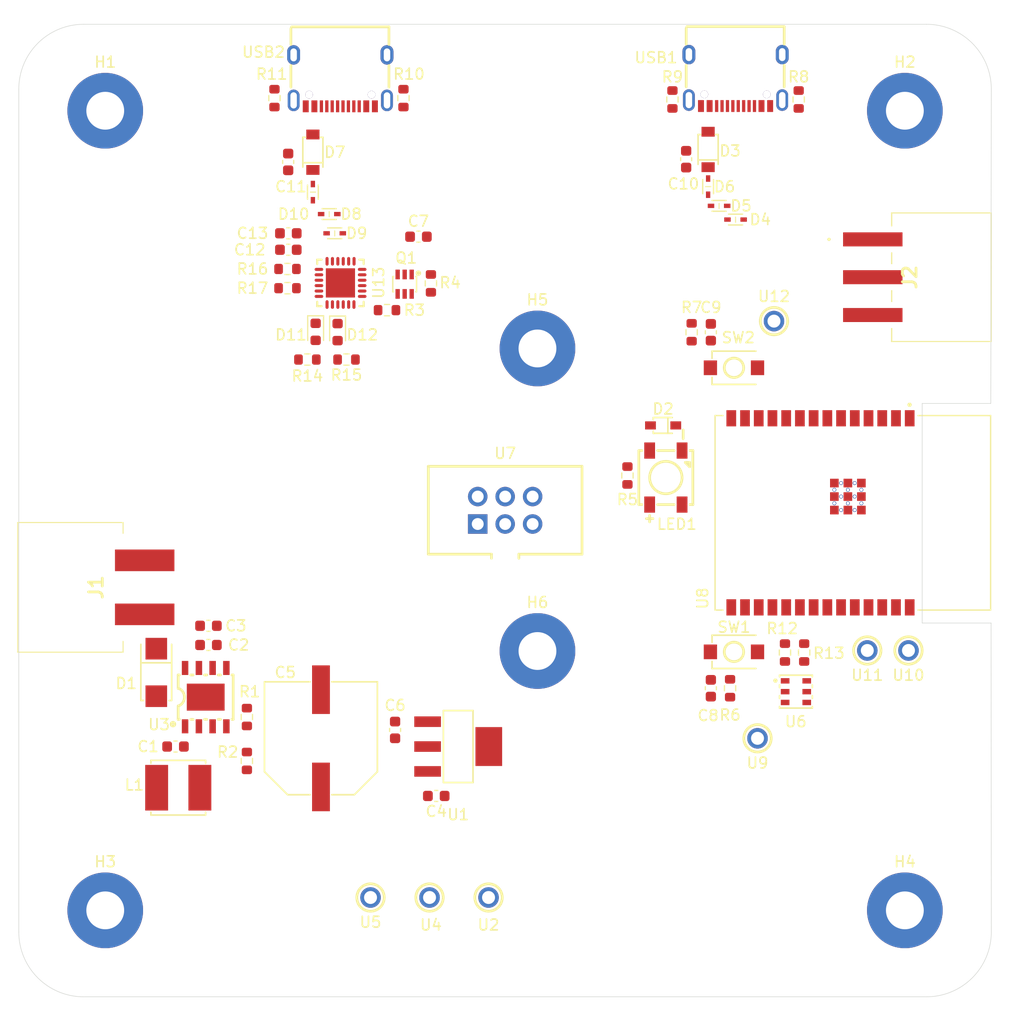
<source format=kicad_pcb>
(kicad_pcb (version 20240108) (generator "pcbnew") (generator_version "8.0")
  (layers (0 "F.Cu" signal) (1 "In1.Cu" signal "GND.Cu") (2 "In2.Cu" signal "Signal.Cu") (3 "In3.Cu" signal "PWR.Cu") (4 "In4.Cu" signal "GND2.Cu") (31 "B.Cu" signal) (34 "B.Paste" user) (35 "F.Paste" user) (36 "B.SilkS" user "B.Silkscreen") (37 "F.SilkS" user "F.Silkscreen") (38 "B.Mask" user) (39 "F.Mask" user) (44 "Edge.Cuts" user))
  (net 0 "")
  (net 1 "Net-(D1-K)")
  (net 2 "Net-(U3-BOOT)")
  (net 3 "GND")
  (net 4 "Net-(U3-VIN)")
  (net 5 "+5V")
  (net 6 "VCC")
  (net 7 "Net-(Q1-B1)")
  (net 8 "Net-(D11-A)")
  (net 9 "Net-(D11-K)")
  (net 10 "Net-(D12-K)")
  (net 11 "Net-(D12-A)")
  (net 12 "Net-(U3-VSENSE)")
  (net 13 "/RTS")
  (net 14 "Net-(Q1-B2)")
  (net 15 "/DTR")
  (net 16 "Net-(D2-A)")
  (net 17 "Net-(USB1-CC1)")
  (net 18 "Net-(USB1-CC2)")
  (net 19 "Net-(USB2-CC1)")
  (net 20 "Net-(USB2-CC2)")
  (net 21 "/SCL")
  (net 22 "/SDA")
  (net 23 "Net-(U13-VBUS)")
  (net 24 "Net-(U13-RSTb)")
  (net 25 "/GPIO8")
  (net 26 "Net-(D3-A)")
  (net 27 "/USB_D-")
  (net 28 "/USB_D+")
  (net 29 "Net-(D7-A)")
  (net 30 "/D+")
  (net 32 "/GPIO9")
  (net 33 "/CHIP_PU")
  (net 39 "/GPIO2")
  (net 40 "/GPIO1")
  (net 41 "/TXD0")
  (net 42 "/RXD0")
  (net 53 "/D-")
  (net 58 "/V_TXD")
  (net 60 "/V_RXD")
  (footprint "Resistor_SMD:R_0603_1608Metric" (layer "F.Cu") (at 85.598 56.833 -90)
    (property "Reference" "R10" (at -2.223 -0.508 180) (layer "F.SilkS"))
    (property "Value" "5.1k" (hide yes))
    (pad "1" smd roundrect (at -0.825 0 270) (size 0.8 0.95) (layers "F.Cu" "F.Paste" "F.Mask") (net 19 "Net-(USB2-CC1)"))
    (pad "2" smd roundrect (at 0.825 0 270) (size 0.8 0.95) (layers "F.Cu" "F.Paste" "F.Mask") (net 3 "GND"))
  )
  (footprint "Capacitor_SMD:C_0603_1608Metric" (layer "F.Cu") (at 88.633 121.412 180)
    (property "Reference" "C4" (at 0 -1.43 0) (layer "F.SilkS"))
    (property "Value" "10uf" (hide yes))
    (pad "1" smd roundrect (at -0.775 0 180) (size 0.9 0.95) (layers "F.Cu" "F.Paste" "F.Mask") (net 3 "GND"))
    (pad "2" smd roundrect (at 0.775 0 180) (size 0.9 0.95) (layers "F.Cu" "F.Paste" "F.Mask") (net 5 "+5V"))
  )
  (footprint "Resistor_SMD:R_0603_1608Metric" (layer "F.Cu") (at 115.824 111.443 90)
    (property "Reference" "R6" (at -2.477 0 180) (layer "F.SilkS"))
    (property "Value" "100k" (hide yes))
    (pad "1" smd roundrect (at -0.825 0 90) (size 0.8 0.95) (layers "F.Cu" "F.Paste" "F.Mask") (net 32 "/GPIO9"))
    (pad "2" smd roundrect (at 0.825 0 90) (size 0.8 0.95) (layers "F.Cu" "F.Paste" "F.Mask") (net 6 "VCC"))
  )
  (footprint "C82544-1N5819HW:SOD-123_L2.7-W1.6-LS3.7-RD" (layer "F.Cu") (at 113.792 61.584 90)
    (property "Reference" "D3" (at -0.138 2.032 180) (layer "F.SilkS"))
    (property "Value" "1N5819HW-7-F" (hide yes))
    (pad "1" smd rect (at -1.64 0 90) (size 0.91 1.22) (layers "F.Cu" "F.Paste" "F.Mask") (net 5 "+5V"))
    (pad "2" smd rect (at 1.64 0 90) (size 0.91 1.22) (layers "F.Cu" "F.Paste" "F.Mask") (net 26 "Net-(D3-A)"))
  )
  (footprint "C383211-LESD5D5:SOD-523_L1.2-W0.8-LS1.6-BI" (layer "F.Cu") (at 116.332 68.072)
    (property "Reference" "D4" (at 2.286 0 0) (layer "F.SilkS"))
    (property "Value" "LESD5D5.0CT1G" (hide yes))
    (pad "1" smd rect (at -0.75 0) (size 0.6 0.4) (layers "F.Cu" "F.Paste" "F.Mask") (net 3 "GND"))
    (pad "2" smd rect (at 0.75 0 180) (size 0.6 0.4) (layers "F.Cu" "F.Paste" "F.Mask") (net 27 "/USB_D-"))
  )
  (footprint "Capacitor_SMD:C_0603_1608Metric" (layer "F.Cu") (at 111.76 62.484 90)
    (property "Reference" "C10" (at -2.286 -0.254 180) (layer "F.SilkS"))
    (property "Value" "10uF" (hide yes))
    (pad "1" smd roundrect (at -0.775 0 90) (size 0.9 0.95) (layers "F.Cu" "F.Paste" "F.Mask") (net 5 "+5V"))
    (pad "2" smd roundrect (at 0.775 0 90) (size 0.9 0.95) (layers "F.Cu" "F.Paste" "F.Mask") (net 3 "GND"))
  )
  (footprint "C9864-TPS5430DDAR:ESOP-8_L4.9-W3.9-P1.27-LS6.0-TL-EP" (layer "F.Cu") (at 67.297 112.268 90)
    (property "Reference" "U3" (at -2.54 -4.318 180) (layer "F.SilkS"))
    (property "Value" "TPS5430DDAR" (hide yes))
    (pad "1" smd rect (at -2.7 -1.91 90) (size 1.3 0.6) (layers "F.Cu" "F.Paste" "F.Mask") (net 2 "Net-(U3-BOOT)"))
    (pad "2" smd rect (at -2.7 -0.63 90) (size 1.3 0.6) (layers "F.Cu" "F.Paste" "F.Mask"))
    (pad "3" smd rect (at -2.7 0.64 90) (size 1.3 0.6) (layers "F.Cu" "F.Paste" "F.Mask"))
    (pad "4" smd rect (at -2.7 1.91 90) (size 1.3 0.6) (layers "F.Cu" "F.Paste" "F.Mask") (net 12 "Net-(U3-VSENSE)"))
    (pad "5" smd rect (at 2.7 1.91 90) (size 1.3 0.6) (layers "F.Cu" "F.Paste" "F.Mask"))
    (pad "6" smd rect (at 2.7 0.64 90) (size 1.3 0.6) (layers "F.Cu" "F.Paste" "F.Mask") (net 3 "GND"))
    (pad "7" smd rect (at 2.7 -0.63 90) (size 1.3 0.6) (layers "F.Cu" "F.Paste" "F.Mask") (net 4 "Net-(U3-VIN)"))
    (pad "8" smd rect (at 2.7 -1.91 90) (size 1.3 0.6) (layers "F.Cu" "F.Paste" "F.Mask") (net 1 "Net-(D1-K)"))
    (pad "9" smd rect (at 0 0 90) (size 2.5 3.5) (layers "F.Cu" "F.Paste" "F.Mask") (net 3 "GND"))
  )
  (footprint "C5277086-TestPoint:TEST-TH_BD2.54-P1.4_RED" (layer "F.Cu") (at 128.524 107.95)
    (property "Reference" "U11" (at 0 2.286 0) (layer "F.SilkS"))
    (property "Value" "RH-5000" (hide yes))
    (pad "1" thru_hole circle (at 0 0) (size 1.9 1.9) (drill 1.199998) (layers "*.Cu" "*.Paste" "*.Mask") (net 42 "/RXD0"))
  )
  (footprint "Resistor_SMD:R_0603_1608Metric" (layer "F.Cu") (at 76.708 81.026)
    (property "Reference" "R14" (at 0 1.524 0) (layer "F.SilkS"))
    (property "Value" "20k" (hide yes))
    (pad "1" smd roundrect (at -0.825 0) (size 0.8 0.95) (layers "F.Cu" "F.Paste" "F.Mask") (net 6 "VCC"))
    (pad "2" smd roundrect (at 0.825 0) (size 0.8 0.95) (layers "F.Cu" "F.Paste" "F.Mask") (net 8 "Net-(D11-A)"))
  )
  (footprint "Resistor_SMD:R_0603_1608Metric" (layer "F.Cu") (at 112.268 78.499 -90)
    (property "Reference" "R7" (at -2.299 0 180) (layer "F.SilkS"))
    (property "Value" "100k" (hide yes))
    (pad "1" smd roundrect (at -0.825 0 270) (size 0.8 0.95) (layers "F.Cu" "F.Paste" "F.Mask") (net 33 "/CHIP_PU"))
    (pad "2" smd roundrect (at 0.825 0 270) (size 0.8 0.95) (layers "F.Cu" "F.Paste" "F.Mask") (net 6 "VCC"))
  )
  (footprint "Resistor_SMD:R_0603_1608Metric" (layer "F.Cu") (at 110.49 56.959 90)
    (property "Reference" "R9" (at 2.095 0 180) (layer "F.SilkS"))
    (property "Value" "5.1k" (hide yes))
    (pad "1" smd roundrect (at -0.825 0 90) (size 0.8 0.95) (layers "F.Cu" "F.Paste" "F.Mask") (net 18 "Net-(USB1-CC2)"))
    (pad "2" smd roundrect (at 0.825 0 90) (size 0.8 0.95) (layers "F.Cu" "F.Paste" "F.Mask") (net 3 "GND"))
  )
  (footprint "C2757850-AHT20-Temp:SENSOR-SMD_L3.0-W3.0-P1.00-BR" (layer "F.Cu") (at 121.92 111.76 180)
    (property "Reference" "U6" (at 0.016 -2.778 0) (layer "F.SilkS"))
    (property "Value" "AHT20_C2757850" (hide yes))
    (pad "1" smd rect (at 1 1) (size 0.8 0.5) (layers "F.Cu" "F.Paste" "F.Mask"))
    (pad "2" smd rect (at 1 0) (size 0.8 0.5) (layers "F.Cu" "F.Paste" "F.Mask") (net 6 "VCC"))
    (pad "3" smd rect (at 1 -1) (size 0.8 0.5) (layers "F.Cu" "F.Paste" "F.Mask") (net 21 "/SCL"))
    (pad "4" smd rect (at -1 -1) (size 0.8 0.5) (layers "F.Cu" "F.Paste" "F.Mask") (net 22 "/SDA"))
    (pad "5" smd rect (at -1 0) (size 0.8 0.5) (layers "F.Cu" "F.Paste" "F.Mask") (net 3 "GND"))
    (pad "6" smd rect (at -1 1) (size 0.8 0.5) (layers "F.Cu" "F.Paste" "F.Mask"))
  )
  (footprint "Resistor_SMD:R_0603_1608Metric" (layer "F.Cu") (at 122.174 56.959 -90)
    (property "Reference" "R8" (at -2.095 0 180) (layer "F.SilkS"))
    (property "Value" "5.1k" (hide yes))
    (pad "1" smd roundrect (at -0.825 0 270) (size 0.8 0.95) (layers "F.Cu" "F.Paste" "F.Mask") (net 17 "Net-(USB1-CC1)"))
    (pad "2" smd roundrect (at 0.825 0 270) (size 0.8 0.95) (layers "F.Cu" "F.Paste" "F.Mask") (net 3 "GND"))
  )
  (footprint "C5277086-TestPoint:TEST-TH_BD2.54-P1.4_RED" (layer "F.Cu") (at 82.55 130.81)
    (property "Reference" "U5" (at 0 2.286 0) (layer "F.SilkS"))
    (property "Value" "RH-5000" (hide yes))
    (pad "1" thru_hole circle (at 0 0) (size 1.9 1.9) (drill 1.199998) (layers "*.Cu" "*.Paste" "*.Mask") (net 5 "+5V"))
  )
  (footprint "C5277086-TestPoint:TEST-TH_BD2.54-P1.4_RED" (layer "F.Cu") (at 119.888 77.47)
    (property "Reference" "U12" (at 0 -2.286 0) (layer "F.SilkS"))
    (property "Value" "RH-5000" (hide yes))
    (pad "1" thru_hole circle (at 0 0) (size 1.9 1.9) (drill 1.199998) (layers "*.Cu" "*.Paste" "*.Mask") (net 33 "/CHIP_PU"))
  )
  (footprint "Capacitor_SMD:C_0603_1608Metric" (layer "F.Cu") (at 64.503 116.84 180)
    (property "Reference" "C1" (at 2.54 0 0) (layer "F.SilkS"))
    (property "Value" "10nf" (hide yes))
    (pad "1" smd roundrect (at -0.775 0 180) (size 0.9 0.95) (layers "F.Cu" "F.Paste" "F.Mask") (net 2 "Net-(U3-BOOT)"))
    (pad "2" smd roundrect (at 0.775 0 180) (size 0.9 0.95) (layers "F.Cu" "F.Paste" "F.Mask") (net 1 "Net-(D1-K)"))
  )
  (footprint "C917117-1N4148WS:SOD-323_L1.8-W1.3-LS2.5-RD" (layer "F.Cu") (at 109.628 87.122 180)
    (property "Reference" "D2" (at 0 1.524 0) (layer "F.SilkS"))
    (property "Value" "1N4148WS_C917117" (hide yes))
    (pad "1" smd rect (at -1.17 0 180) (size 1 0.75) (layers "F.Cu" "F.Paste" "F.Mask") (net 25 "/GPIO8"))
    (pad "2" smd rect (at 1.17 0 180) (size 1 0.75) (layers "F.Cu" "F.Paste" "F.Mask") (net 16 "Net-(D2-A)"))
  )
  (footprint "C2765186-USBC:USB-C-SMD_TYPE-C-6PIN-2MD-073" (layer "F.Cu") (at 116.332 55.1845 180)
    (property "Reference" "USB1" (at 7.366 2.0985 0) (layer "F.SilkS"))
    (property "Value" "TYPE-C 16PIN 2MD(073)" (hide yes))
    (pad "" thru_hole circle (at -2.89 -1.3 180) (size 0.7 0.7) (drill 0.7) (layers "*.Cu" "*.Mask"))
    (pad "" thru_hole circle (at 2.89 -1.3 180) (size 0.7 0.7) (drill 0.7) (layers "*.Cu" "*.Mask"))
    (pad "1" smd rect (at -3.2 -2.38 180) (size 0.55 1.1) (layers "F.Cu" "F.Paste" "F.Mask") (net 3 "GND"))
    (pad "2" smd rect (at -2.4 -2.38 180) (size 0.55 1.1) (layers "F.Cu" "F.Paste" "F.Mask") (net 26 "Net-(D3-A)"))
    (pad "3" smd rect (at -1.75 -2.38 180) (size 0.3 1.1) (layers "F.Cu" "F.Paste" "F.Mask"))
    (pad "4" smd rect (at -1.25 -2.38 180) (size 0.3 1.1) (layers "F.Cu" "F.Paste" "F.Mask") (net 17 "Net-(USB1-CC1)"))
    (pad "5" smd rect (at -0.75 -2.38 180) (size 0.3 1.1) (layers "F.Cu" "F.Paste" "F.Mask") (net 27 "/USB_D-"))
    (pad "6" smd rect (at -0.25 -2.38 180) (size 0.3 1.1) (layers "F.Cu" "F.Paste" "F.Mask") (net 28 "/USB_D+"))
    (pad "7" smd rect (at 0.25 -2.38 180) (size 0.3 1.1) (layers "F.Cu" "F.Paste" "F.Mask") (net 27 "/USB_D-"))
    (pad "8" smd rect (at 0.75 -2.38 180) (size 0.3 1.1) (layers "F.Cu" "F.Paste" "F.Mask") (net 28 "/USB_D+"))
    (pad "9" smd rect (at 1.25 -2.38 180) (size 0.3 1.1) (layers "F.Cu" "F.Paste" "F.Mask"))
    (pad "10" smd rect (at 1.75 -2.38 180) (size 0.3 1.1) (layers "F.Cu" "F.Paste" "F.Mask") (net 18 "Net-(USB1-CC2)"))
    (pad "11" smd rect (at 2.4 -2.38 180) (size 0.55 1.1) (layers "F.Cu" "F.Paste" "F.Mask") (net 26 "Net-(D3-A)"))
    (pad "12" smd rect (at 3.2 -2.38 180) (size 0.55 1.1) (layers "F.Cu" "F.Paste" "F.Mask") (net 3 "GND"))
    (pad "13" thru_hole oval (at -4.32 -1.83 180) (size 1.1 2) (drill oval 0.599999 1.499997) (layers "*.Cu" "*.Paste" "*.Mask") (net 3 "GND"))
    (pad "13" thru_hole oval (at -4.32 2.38 180) (size 1.2 1.8) (drill oval 0.599999 1.199998) (layers "*.Cu" "*.Paste" "*.Mask") (net 3 "GND"))
    (pad "14" thru_hole oval (at 4.32 -1.83 180) (size 1.1 2) (drill oval 0.599999 1.500022) (layers "*.Cu" "*.Paste" "*.Mask") (net 3 "GND"))
    (pad "14" thru_hole oval (at 4.32 2.38 180) (size 1.2 1.8) (drill oval 0.599999 1.199998) (layers "*.Cu" "*.Paste" "*.Mask") (net 3 "GND"))
  )
  (footprint "C383211-LESD5D5:SOD-523_L1.2-W0.8-LS1.6-BI" (layer "F.Cu") (at 114.808 66.802)
    (property "Reference" "D5" (at 2.032 0 0) (layer "F.SilkS"))
    (property "Value" "LESD5D5.0CT1G" (hide yes))
    (pad "1" smd rect (at -0.75 0) (size 0.6 0.4) (layers "F.Cu" "F.Paste" "F.Mask") (net 3 "GND"))
    (pad "2" smd rect (at 0.75 0 180) (size 0.6 0.4) (layers "F.Cu" "F.Paste" "F.Mask") (net 28 "/USB_D+"))
  )
  (footprint "Capacitor_SMD:C_0603_1608Metric" (layer "F.Cu") (at 114.046 78.499 90)
    (property "Reference" "C9" (at 2.299 0 180) (layer "F.SilkS"))
    (property "Value" "10nf" (hide yes))
    (pad "1" smd roundrect (at -0.775 0 90) (size 0.9 0.95) (layers "F.Cu" "F.Paste" "F.Mask") (net 3 "GND"))
    (pad "2" smd roundrect (at 0.775 0 90) (size 0.9 0.95) (layers "F.Cu" "F.Paste" "F.Mask") (net 33 "/CHIP_PU"))
  )
  (footprint "C383211-LESD5D5:SOD-523_L1.2-W0.8-LS1.6-BI" (layer "F.Cu") (at 79.236 69.342)
    (property "Reference" "D9" (at 2.032 0 0) (layer "F.SilkS"))
    (property "Value" "LESD5D5.0CT1G" (hide yes))
    (pad "1" smd rect (at -0.75 0) (size 0.6 0.4) (layers "F.Cu" "F.Paste" "F.Mask") (net 3 "GND"))
    (pad "2" smd rect (at 0.75 0 180) (size 0.6 0.4) (layers "F.Cu" "F.Paste" "F.Mask") (net 30 "/D+"))
  )
  (footprint "Resistor_SMD:R_0603_1608Metric" (layer "F.Cu") (at 88.138 73.977 90)
    (property "Reference" "R4" (at 0.063 1.778 180) (layer "F.SilkS"))
    (property "Value" "10k" (hide yes))
    (pad "1" smd roundrect (at -0.825 0 90) (size 0.8 0.95) (layers "F.Cu" "F.Paste" "F.Mask") (net 7 "Net-(Q1-B1)"))
    (pad "2" smd roundrect (at 0.825 0 90) (size 0.8 0.95) (layers "F.Cu" "F.Paste" "F.Mask") (net 15 "/DTR"))
  )
  (footprint "MountingHole:MountingHole_3.5mm_Pad_TopBottom" (layer "F.Cu") (at 58 132)
    (property "Reference" "H3" (at 0 -4.5 0) (layer "F.SilkS"))
    (property "Value" "MountingHole_Pad")
    (pad "1" thru_hole circle (at 0 0) (size 3.9 3.9) (drill 3.5) (layers "*.Cu" "*.Mask") (net 3 "GND"))
    (pad "1" connect circle (at 0 0) (size 7 7) (layers "F.Cu" "F.Mask") (net 3 "GND"))
    (pad "1" connect circle (at 0 0) (size 7 7) (layers "B.Cu" "B.Mask") (net 3 "GND"))
  )
  (footprint "C383191-LBC847BDW1T1G:SOT-363_L2.0-W1.3-P0.65-LS2.1-BR" (layer "F.Cu") (at 85.71 74.052 90)
    (property "Reference" "Q1" (at 2.424 0.142 180) (layer "F.SilkS"))
    (property "Value" "LBC847BDW1T1G" (hide yes))
    (pad "1" smd rect (at 0.9 0.65 180) (size 0.4 0.9) (layers "F.Cu" "F.Paste" "F.Mask") (net 15 "/DTR"))
    (pad "2" smd rect (at 0.9 0 180) (size 0.4 0.9) (layers "F.Cu" "F.Paste" "F.Mask") (net 14 "Net-(Q1-B2)"))
    (pad "3" smd rect (at 0.9 -0.65 180) (size 0.4 0.9) (layers "F.Cu" "F.Paste" "F.Mask") (net 33 "/CHIP_PU"))
    (pad "4" smd rect (at -0.9 -0.65 180) (size 0.4 0.9) (layers "F.Cu" "F.Paste" "F.Mask") (net 13 "/RTS"))
    (pad "5" smd rect (at -0.9 0 180) (size 0.4 0.9) (layers "F.Cu" "F.Paste" "F.Mask") (net 7 "Net-(Q1-B1)"))
    (pad "6" smd rect (at -0.9 0.65 180) (size 0.4 0.9) (layers "F.Cu" "F.Paste" "F.Mask") (net 32 "/GPIO9"))
  )
  (footprint "Resistor_SMD:R_0603_1608Metric" (layer "F.Cu") (at 80.327 81.026 180)
    (property "Reference" "R15" (at 0 -1.43 0) (layer "F.SilkS"))
    (property "Value" "20k" (hide yes))
    (pad "1" smd roundrect (at -0.825 0 180) (size 0.8 0.95) (layers "F.Cu" "F.Paste" "F.Mask") (net 6 "VCC"))
    (pad "2" smd roundrect (at 0.825 0 180) (size 0.8 0.95) (layers "F.Cu" "F.Paste" "F.Mask") (net 11 "Net-(D12-A)"))
  )
  (footprint "C347222-AMS1117:SOT-223-4_L6.5-W3.5-P2.30-LS7.0-BR" (layer "F.Cu") (at 90.665 116.84 180)
    (property "Reference" "U1" (at 0 -6.3 0) (layer "F.SilkS"))
    (property "Value" "AMS1117-3.3_C347222" (hide yes))
    (pad "1" smd rect (at 2.83 2.3 180) (size 2.47 0.98) (layers "F.Cu" "F.Paste" "F.Mask") (net 3 "GND"))
    (pad "2" smd rect (at 2.83 0 180) (size 2.47 0.98) (layers "F.Cu" "F.Paste" "F.Mask") (net 6 "VCC"))
    (pad "3" smd rect (at 2.83 -2.3 180) (size 2.47 0.98) (layers "F.Cu" "F.Paste" "F.Mask") (net 5 "+5V"))
    (pad "4" smd rect (at -2.83 0 180) (size 2.47 3.6) (layers "F.Cu" "F.Paste" "F.Mask") (net 6 "VCC"))
  )
  (footprint "Resistor_SMD:R_0603_1608Metric" (layer "F.Cu") (at 71.107 114.109 90)
    (property "Reference" "R1" (at 2.349 0.254 180) (layer "F.SilkS"))
    (property "Value" "3.24k" (hide yes))
    (pad "1" smd roundrect (at -0.825 0 90) (size 0.8 0.95) (layers "F.Cu" "F.Paste" "F.Mask") (net 12 "Net-(U3-VSENSE)"))
    (pad "2" smd roundrect (at 0.825 0 90) (size 0.8 0.95) (layers "F.Cu" "F.Paste" "F.Mask") (net 3 "GND"))
  )
  (footprint "Capacitor_SMD:C_0603_1608Metric" (layer "F.Cu") (at 74.943 69.342 180)
    (property "Reference" "C13" (at 3.315 0 0) (layer "F.SilkS"))
    (property "Value" "100nf" (hide yes))
    (pad "1" smd roundrect (at -0.775 0 180) (size 0.9 0.95) (layers "F.Cu" "F.Paste" "F.Mask") (net 6 "VCC"))
    (pad "2" smd roundrect (at 0.775 0 180) (size 0.9 0.95) (layers "F.Cu" "F.Paste" "F.Mask") (net 3 "GND"))
  )
  (footprint "LED_SMD:LED_0603_1608Metric" (layer "F.Cu") (at 79.502 78.486 -90)
    (property "Reference" "D12" (at 0.254 -2.286 180) (layer "F.SilkS"))
    (property "Value" "TXD" (hide yes))
    (pad "1" smd roundrect (at -0.7875 0 270) (size 0.875 0.95) (layers "F.Cu" "F.Paste" "F.Mask") (net 10 "Net-(D12-K)"))
    (pad "2" smd roundrect (at 0.7875 0 270) (size 0.875 0.95) (layers "F.Cu" "F.Paste" "F.Mask") (net 11 "Net-(D12-A)"))
  )
  (footprint "MountingHole:MountingHole_3.5mm_Pad_TopBottom" (layer "F.Cu") (at 132 58)
    (property "Reference" "H2" (at 0 -4.5 0) (layer "F.SilkS"))
    (property "Value" "MountingHole_Pad")
    (pad "1" thru_hole circle (at 0 0) (size 3.9 3.9) (drill 3.5) (layers "*.Cu" "*.Mask") (net 3 "GND"))
    (pad "1" connect circle (at 0 0) (size 7 7) (layers "F.Cu" "F.Mask") (net 3 "GND"))
    (pad "1" connect circle (at 0 0) (size 7 7) (layers "B.Cu" "B.Mask") (net 3 "GND"))
  )
  (footprint "C82544-1N5819HW:SOD-123_L2.7-W1.6-LS3.7-RD" (layer "F.Cu") (at 77.216 61.838 90)
    (property "Reference" "D7" (at 0 2.032 180) (layer "F.SilkS"))
    (property "Value" "1N5819HW-7-F" (hide yes))
    (pad "1" smd rect (at -1.64 0 90) (size 0.91 1.22) (layers "F.Cu" "F.Paste" "F.Mask") (net 5 "+5V"))
    (pad "2" smd rect (at 1.64 0 90) (size 0.91 1.22) (layers "F.Cu" "F.Paste" "F.Mask") (net 29 "Net-(D7-A)"))
  )
  (footprint "Capacitor_SMD:C_0603_1608Metric" (layer "F.Cu") (at 84.823 115.303 -90)
    (property "Reference" "C6" (at -2.273 0 180) (layer "F.SilkS"))
    (property "Value" "10uf" (hide yes))
    (pad "1" smd roundrect (at -0.775 0 270) (size 0.9 0.95) (layers "F.Cu" "F.Paste" "F.Mask") (net 3 "GND"))
    (pad "2" smd roundrect (at 0.775 0 270) (size 0.9 0.95) (layers "F.Cu" "F.Paste" "F.Mask") (net 6 "VCC"))
  )
  (footprint "C383211-LESD5D5:SOD-523_L1.2-W0.8-LS1.6-BI" (layer "F.Cu") (at 113.792 65.024 90)
    (property "Reference" "D6" (at 0 1.524 180) (layer "F.SilkS"))
    (property "Value" "LESD5D5.0CT1G" (hide yes))
    (pad "1" smd rect (at -0.75 0 90) (size 0.6 0.4) (layers "F.Cu" "F.Paste" "F.Mask") (net 3 "GND"))
    (pad "2" smd rect (at 0.75 0 270) (size 0.6 0.4) (layers "F.Cu" "F.Paste" "F.Mask") (net 5 "+5V"))
  )
  (footprint "Resistor_SMD:R_0603_1608Metric" (layer "F.Cu") (at 74.867 74.422)
    (property "Reference" "R17" (at -3.239 0 0) (layer "F.SilkS"))
    (property "Value" "1k" (hide yes))
    (pad "1" smd roundrect (at -0.825 0) (size 0.8 0.95) (layers "F.Cu" "F.Paste" "F.Mask") (net 6 "VCC"))
    (pad "2" smd roundrect (at 0.825 0) (size 0.8 0.95) (layers "F.Cu" "F.Paste" "F.Mask") (net 24 "Net-(U13-RSTb)"))
  )
  (footprint "Capacitor_SMD:C_0603_1608Metric" (layer "F.Cu") (at 74.943 70.866 180)
    (property "Reference" "C12" (at 3.569 0 0) (layer "F.SilkS"))
    (property "Value" "4.7uf" (hide yes))
    (pad "1" smd roundrect (at -0.775 0 180) (size 0.9 0.95) (layers "F.Cu" "F.Paste" "F.Mask") (net 6 "VCC"))
    (pad "2" smd roundrect (at 0.775 0 180) (size 0.9 0.95) (layers "F.Cu" "F.Paste" "F.Mask") (net 3 "GND"))
  )
  (footprint "Resistor_SMD:R_0603_1608Metric" (layer "F.Cu") (at 74.867 72.644)
    (property "Reference" "R16" (at -3.239 0 0) (layer "F.SilkS"))
    (property "Value" "20k" (hide yes))
    (pad "1" smd roundrect (at -0.825 0) (size 0.8 0.95) (layers "F.Cu" "F.Paste" "F.Mask") (net 5 "+5V"))
    (pad "2" smd roundrect (at 0.825 0) (size 0.8 0.95) (layers "F.Cu" "F.Paste" "F.Mask") (net 23 "Net-(U13-VBUS)"))
  )
  (footprint "C167971-22uhInductor:IND-SMD_L5.0-W5.0" (layer "F.Cu") (at 64.757 120.65 180)
    (property "Reference" "L1" (at 4.064 0.254 0) (layer "F.SilkS"))
    (property "Value" "FNR5040S220MT" (hide yes))
    (pad "1" smd rect (at 2 0 180) (size 2.12 4.22) (layers "F.Cu" "F.Paste" "F.Mask") (net 1 "Net-(D1-K)"))
    (pad "2" smd rect (at -2 0 180) (size 2.12 4.22) (layers "F.Cu" "F.Paste" "F.Mask") (net 5 "+5V"))
  )
  (footprint "C969151-CP2102N:QFN-24_L4.0-W4.0-P0.50-TL-EP2.6" (layer "F.Cu") (at 79.776 73.934 -90)
    (property "Reference" "U13" (at -0.02 -3.524 90) (layer "F.SilkS"))
    (property "Value" "CP2102N-A02-GQFN24R" (hide yes))
    (pad "1" smd oval (at -2 -1.25) (size 0.28 0.8) (layers "F.Cu" "F.Paste" "F.Mask"))
    (pad "2" smd oval (at -2 -0.75) (size 0.28 0.8) (layers "F.Cu" "F.Paste" "F.Mask") (net 3 "GND"))
    (pad "3" smd oval (at -2 -0.25) (size 0.28 0.8) (layers "F.Cu" "F.Paste" "F.Mask") (net 30 "/D+"))
    (pad "4" smd oval (at -2 0.25) (size 0.28 0.8) (layers "F.Cu" "F.Paste" "F.Mask") (net 53 "/D-"))
    (pad "5" smd oval (at -2 0.75) (size 0.28 0.8) (layers "F.Cu" "F.Paste" "F.Mask") (net 6 "VCC"))
    (pad "6" smd oval (at -2 1.25) (size 0.28 0.8) (layers "F.Cu" "F.Paste" "F.Mask") (net 6 "VCC"))
    (pad "7" smd oval (at -1.25 2 270) (size 0.28 0.8) (layers "F.Cu" "F.Paste" "F.Mask") (net 6 "VCC"))
    (pad "8" smd oval (at -0.75 2 270) (size 0.28 0.8) (layers "F.Cu" "F.Paste" "F.Mask") (net 23 "Net-(U13-VBUS)"))
    (pad "9" smd oval (at -0.25 2 270) (size 0.28 0.8) (layers "F.Cu" "F.Paste" "F.Mask") (net 24 "Net-(U13-RSTb)"))
    (pad "10" smd oval (at 0.25 2 270) (size 0.28 0.8) (layers "F.Cu" "F.Paste" "F.Mask"))
    (pad "11" smd oval (at 0.75 2 270) (size 0.28 0.8) (layers "F.Cu" "F.Paste" "F.Mask"))
    (pad "12" smd oval (at 1.25 2 270) (size 0.28 0.8) (layers "F.Cu" "F.Paste" "F.Mask"))
    (pad "13" smd oval (at 2 1.25) (size 0.28 0.8) (layers "F.Cu" "F.Paste" "F.Mask") (net 9 "Net-(D11-K)"))
    (pad "14" smd oval (at 2 0.75) (size 0.28 0.8) (layers "F.Cu" "F.Paste" "F.Mask") (net 10 "Net-(D12-K)"))
    (pad "15" smd oval (at 2 0.25) (size 0.28 0.8) (layers "F.Cu" "F.Paste" "F.Mask"))
    (pad "16" smd oval (at 2 -0.25) (size 0.28 0.8) (layers "F.Cu" "F.Paste" "F.Mask"))
    (pad "17" smd oval (at 2 -0.75) (size 0.28 0.8) (layers "F.Cu" "F.Paste" "F.Mask"))
    (pad "18" smd oval (at 2 -1.24) (size 0.28 0.8) (layers "F.Cu" "F.Paste" "F.Mask"))
    (pad "19" smd oval (at 1.25 -2 270) (size 0.28 0.8) (layers "F.Cu" "F.Paste" "F.Mask") (net 13 "/RTS"))
    (pad "20" smd oval (at 0.75 -2 270) (size 0.28 0.8) (layers "F.Cu" "F.Paste" "F.Mask") (net 42 "/RXD0"))
    (pad "21" smd oval (at 0.25 -2 270) (size 0.28 0.8) (layers "F.Cu" "F.Paste" "F.Mask") (net 41 "/TXD0"))
    (pad "22" smd oval (at -0.25 -2 270) (size 0.28 0.8) (layers "F.Cu" "F.Paste" "F.Mask"))
    (pad "23" smd oval (at -0.75 -2 270) (size 0.28 0.8) (layers "F.Cu" "F.Paste" "F.Mask") (net 15 "/DTR"))
    (pad "24" smd oval (at -1.25 -2 270) (size 0.28 0.8) (layers "F.Cu" "F.Paste" "F.Mask"))
    (pad "25" smd rect (at 0 0.01 270) (size 2.7 2.7) (layers "F.Cu" "F.Paste" "F.Mask") (net 3 "GND"))
  )
  (footprint "C5277086-TestPoint:TEST-TH_BD2.54-P1.4_RED" (layer "F.Cu") (at 118.364 116.078)
    (property "Reference" "U9" (at 0 2.286 0) (layer "F.SilkS"))
    (property "Value" "RH-5000" (hide yes))
    (pad "1" thru_hole circle (at 0 0) (size 1.9 1.9) (drill 1.199998) (layers "*.Cu" "*.Paste" "*.Mask") (net 32 "/GPIO9"))
  )
  (footprint "C383211-LESD5D5:SOD-523_L1.2-W0.8-LS1.6-BI" (layer "F.Cu") (at 78.728 67.564)
    (property "Reference" "D8" (at 2.032 0 0) (layer "F.SilkS"))
    (property "Value" "LESD5D5.0CT1G" (hide yes))
    (pad "1" smd rect (at -0.75 0) (size 0.6 0.4) (layers "F.Cu" "F.Paste" "F.Mask") (net 3 "GND"))
    (pad "2" smd rect (at 0.75 0 180) (size 0.6 0.4) (layers "F.Cu" "F.Paste" "F.Mask") (net 53 "/D-"))
  )
  (footprint "2213932-3:22139323" (layer "F.Cu") (at 135.382 73.406 -90)
    (property "Reference" "J2" (at 0 2.925 -90) (layer "F.SilkS") (effects (font (size 1.27 1.27) (thickness 0.254))))
    (property "Value" "2213932-3" (hide yes))
    (pad "1" smd rect (at -3.5 6.35 270) (size 1.3 5.5) (layers "F.Cu" "F.Paste" "F.Mask") (net 60 "/V_RXD"))
    (pad "2" smd rect (at 0 6.35 270) (size 1.3 5.5) (layers "F.Cu" "F.Paste" "F.Mask") (net 58 "/V_TXD"))
    (pad "3" smd rect (at 3.5 6.35 270) (size 1.3 5.5) (layers "F.Cu" "F.Paste" "F.Mask") (net 3 "GND"))
  )
  (footprint "C720477-Button:SW-SMD_L3.9-W3.0-P4.45" (layer "F.Cu") (at 116.184 81.788)
    (property "Reference" "SW2" (at 0.402 -2.794 0) (layer "F.SilkS"))
    (property "Value" "TS-1088-AR02016" (hide yes))
    (pad "1" smd rect (at -2.18 0) (size 1.23 1.36) (layers "F.Cu" "F.Paste" "F.Mask") (net 3 "GND"))
    (pad "2" smd rect (at 2.18 0) (size 1.23 1.36) (layers "F.Cu" "F.Paste" "F.Mask") (net 33 "/CHIP_PU"))
  )
  (footprint "C2765186-USBC:USB-C-SMD_TYPE-C-6PIN-2MD-073" (layer "F.Cu") (at 79.754 55.212 180)
    (property "Reference" "USB2" (at 7.11 2.634 0) (layer "F.SilkS"))
    (property "Value" "TYPE-C 16PIN 2MD(073)" (hide yes))
    (pad "" thru_hole circle (at -2.89 -1.3 180) (size 0.7 0.7) (drill 0.7) (layers "*.Cu" "*.Mask"))
    (pad "" thru_hole circle (at 2.89 -1.3 180) (size 0.7 0.7) (drill 0.7) (layers "*.Cu" "*.Mask"))
    (pad "1" smd rect (at -3.2 -2.38 180) (size 0.55 1.1) (layers "F.Cu" "F.Paste" "F.Mask") (net 3 "GND"))
    (pad "2" smd rect (at -2.4 -2.38 180) (size 0.55 1.1) (layers "F.Cu" "F.Paste" "F.Mask") (net 29 "Net-(D7-A)"))
    (pad "3" smd rect (at -1.75 -2.38 180) (size 0.3 1.1) (layers "F.Cu" "F.Paste" "F.Mask"))
    (pad "4" smd rect (at -1.25 -2.38 180) (size 0.3 1.1) (layers "F.Cu" "F.Paste" "F.Mask") (net 19 "Net-(USB2-CC1)"))
    (pad "5" smd rect (at -0.75 -2.38 180) (size 0.3 1.1) (layers "F.Cu" "F.Paste" "F.Mask") (net 53 "/D-"))
    (pad "6" smd rect (at -0.25 -2.38 180) (size 0.3 1.1) (layers "F.Cu" "F.Paste" "F.Mask") (net 30 "/D+"))
    (pad "7" smd rect (at 0.25 -2.38 180) (size 0.3 1.1) (layers "F.Cu" "F.Paste" "F.Mask") (net 53 "/D-"))
    (pad "8" smd rect (at 0.75 -2.38 180) (size 0.3 1.1) (layers "F.Cu" "F.Paste" "F.Mask") (net 30 "/D+"))
    (pad "9" smd rect (at 1.25 -2.38 180) (size 0.3 1.1) (layers "F.Cu" "F.Paste" "F.Mask"))
    (pad "10" smd rect (at 1.75 -2.38 180) (size 0.3 1.1) (layers "F.Cu" "F.Paste" "F.Mask") (net 20 "Net-(USB2-CC2)"))
    (pad "11" smd rect (at 2.4 -2.38 180) (size 0.55 1.1) (layers "F.Cu" "F.Paste" "F.Mask") (net 29 "Net-(D7-A)"))
    (pad "12" smd rect (at 3.2 -2.38 180) (size 0.55 1.1) (layers "F.Cu" "F.Paste" "F.Mask") (net 3 "GND"))
    (pad "13" thru_hole oval (at -4.32 -1.83 180) (size 1.1 2) (drill oval 0.599999 1.499997) (layers "*.Cu" "*.Paste" "*.Mask") (net 3 "GND"))
    (pad "13" thru_hole oval (at -4.32 2.38 180) (size 1.2 1.8) (drill oval 0.599999 1.199998) (layers "*.Cu" "*.Paste" "*.Mask") (net 3 "GND"))
    (pad "14" thru_hole oval (at 4.32 -1.83 180) (size 1.1 2) (drill oval 0.599999 1.500022) (layers "*.Cu" "*.Paste" "*.Mask") (net 3 "GND"))
    (pad "14" thru_hole oval (at 4.32 2.38 180) (size 1.2 1.8) (drill oval 0.599999 1.199998) (layers "*.Cu" "*.Paste" "*.Mask") (net 3 "GND"))
  )
  (footprint "Resistor_SMD:R_0603_1608Metric" (layer "F.Cu") (at 84.074 76.454)
    (property "Reference" "R3" (at 2.54 0 0) (layer "F.SilkS"))
    (property "Value" "10k" (hide yes))
    (pad "1" smd roundrect (at -0.825 0) (size 0.8 0.95) (layers "F.Cu" "F.Paste" "F.Mask") (net 14 "Net-(Q1-B2)"))
    (pad "2" smd roundrect (at 0.825 0) (size 0.8 0.95) (layers "F.Cu" "F.Paste" "F.Mask") (net 13 "/RTS"))
  )
  (footprint "MountingHole:MountingHole_3.5mm_Pad_TopBottom" (layer "F.Cu") (at 98 108)
    (property "Reference" "H6" (at 0 -4.5 0) (layer "F.SilkS"))
    (property "Value" "MountingHole_Pad" (hide yes))
    (pad "1" thru_hole circle (at 0 0) (size 3.9 3.9) (drill 3.5) (layers "*.Cu" "*.Mask") (net 3 "GND"))
    (pad "1" connect circle (at 0 0) (size 7 7) (layers "F.Cu" "F.Mask") (net 3 "GND"))
    (pad "1" connect circle (at 0 0) (size 7 7) (layers "B.Cu" "B.Mask") (net 3 "GND"))
  )
  (footprint "Resistor_SMD:R_0603_1608Metric" (layer "F.Cu") (at 106.326 91.757 90)
    (property "Reference" "R5" (at -2.223 0 180) (layer "F.SilkS"))
    (property "Value" "4.7k" (hide yes))
    (pad "1" smd roundrect (at -0.825 0 90) (size 0.8 0.95) (layers "F.Cu" "F.Paste" "F.Mask") (net 5 "+5V"))
    (pad "2" smd roundrect (at 0.825 0 90) (size 0.8 0.95) (layers "F.Cu" "F.Paste" "F.Mask") (net 16 "Net-(D2-A)"))
  )
  (footprint "LED_SMD:LED_0603_1608Metric" (layer "F.Cu") (at 77.47 78.4605 -90)
    (property "Reference" "D11" (at 0.2795 2.286 180) (layer "F.SilkS"))
    (property "Value" "RXD" (hide yes))
    (pad "1" smd roundrect (at -0.7875 0 270) (size 0.875 0.95) (layers "F.Cu" "F.Paste" "F.Mask") (net 9 "Net-(D11-K)"))
    (pad "2" smd roundrect (at 0.7875 0 270) (size 0.875 0.95) (layers "F.Cu" "F.Paste" "F.Mask") (net 8 "Net-(D11-A)"))
  )
  (footprint "C64982-B340A:SMA_L4.3-W2.6-LS5.1-RD" (layer "F.Cu") (at 62.725 109.982 -90)
    (property "Reference" "D1" (at 1.016 2.781 0) (layer "F.SilkS"))
    (property "Value" "B340A" (hide yes))
    (pad "1" smd rect (at -2.2 0 90) (size 2 2) (layers "F.Cu" "F.Paste" "F.Mask") (net 1 "Net-(D1-K)"))
    (pad "2" smd rect (at 2.2 0 90) (size 2 2) (layers "F.Cu" "F.Paste" "F.Mask") (net 3 "GND"))
  )
  (footprint "Resistor_SMD:R_0603_1608Metric" (layer "F.Cu") (at 71.107 118.173 90)
    (property "Reference" "R2" (at 0.825 -1.778 180) (layer "F.SilkS"))
    (property "Value" "10k" (hide yes))
    (pad "1" smd roundrect (at -0.825 0 90) (size 0.8 0.95) (layers "F.Cu" "F.Paste" "F.Mask") (net 5 "+5V"))
    (pad "2" smd roundrect (at 0.825 0 90) (size 0.8 0.95) (layers "F.Cu" "F.Paste" "F.Mask") (net 12 "Net-(U3-VSENSE)"))
  )
  (footprint "Capacitor_SMD:C_0603_1608Metric" (layer "F.Cu") (at 67.551 105.664 180)
    (property "Reference" "C3" (at -2.54 0 0) (layer "F.SilkS"))
    (property "Value" "10nf" (hide yes))
    (pad "1" smd roundrect (at -0.775 0 180) (size 0.9 0.95) (layers "F.Cu" "F.Paste" "F.Mask") (net 3 "GND"))
    (pad "2" smd roundrect (at 0.775 0 180) (size 0.9 0.95) (layers "F.Cu" "F.Paste" "F.Mask") (net 4 "Net-(U3-VIN)"))
  )
  (footprint "MountingHole:MountingHole_3.5mm_Pad_TopBottom" (layer "F.Cu") (at 58 58)
    (property "Reference" "H1" (at 0 -4.5 0) (layer "F.SilkS"))
    (property "Value" "MountingHole_Pad")
    (pad "1" thru_hole circle (at 0 0) (size 3.9 3.9) (drill 3.5) (layers "*.Cu" "*.Mask") (net 3 "GND"))
    (pad "1" connect circle (at 0 0) (size 7 7) (layers "F.Cu" "F.Mask") (net 3 "GND"))
    (pad "1" connect circle (at 0 0) (size 7 7) (layers "B.Cu" "B.Mask") (net 3 "GND"))
  )
  (footprint "2305908-2:23059082" (layer "F.Cu") (at 57.15 102.108 90)
    (property "Reference" "J1" (at 0 0 90) (layer "F.SilkS") (effects (font (size 1.27 1.27) (thickness 0.254))))
    (property "Value" "2305908-2" (hide yes))
    (pad "1" smd rect (at -2.5 4.5 90) (size 2 5.5) (layers "F.Cu" "F.Paste" "F.Mask") (net 4 "Net-(U3-VIN)"))
    (pad "2" smd rect (at 2.5 4.5 90) (size 2 5.5) (layers "F.Cu" "F.Paste" "F.Mask") (net 3 "GND"))
  )
  (footprint "Resistor_SMD:R_0603_1608Metric" (layer "F.Cu") (at 120.904 108.141 -90)
    (property "Reference" "R12" (at -2.223 0.254 180) (layer "F.SilkS"))
    (property "Value" "10k" (hide yes))
    (pad "1" smd roundrect (at -0.825 0 270) (size 0.8 0.95) (layers "F.Cu" "F.Paste" "F.Mask") (net 21 "/SCL"))
    (pad "2" smd roundrect (at 0.825 0 270) (size 0.8 0.95) (layers "F.Cu" "F.Paste" "F.Mask") (net 6 "VCC"))
  )
  (footprint "C2843785-WS2812-LED:LED-SMD_4P-L5.0-W5.0-BL_XL-5050RGBC" (layer "F.Cu") (at 109.882 91.948)
    (property "Reference" "LED1" (at 1.016 4.318 0) (layer "F.SilkS"))
    (property "Value" "XL-5050RGBC-WS2812B" (hide yes))
    (pad "1" smd rect (at -1.5 2.5 90) (size 1.5 1) (layers "F.Cu" "F.Paste" "F.Mask") (net 5 "+5V"))
    (pad "2" smd rect (at 1.5 2.5 90) (size 1.5 1) (layers "F.Cu" "F.Paste" "F.Mask"))
    (pad "3" smd rect (at 1.5 -2.5 90) (size 1.5 1) (layers "F.Cu" "F.Paste" "F.Mask") (net 3 "GND"))
    (pad "4" smd rect (at -1.5 -2.5 90) (size 1.5 1) (layers "F.Cu" "F.Paste" "F.Mask") (net 16 "Net-(D2-A)"))
  )
  (footprint "C5277086-TestPoint:TEST-TH_BD2.54-P1.4_RED" (layer "F.Cu") (at 132.334 107.95)
    (property "Reference" "U10" (at 0 2.286 0) (layer "F.SilkS"))
    (property "Value" "RH-5000" (hide yes))
    (pad "1" thru_hole circle (at 0 0) (size 1.9 1.9) (drill 1.199998) (layers "*.Cu" "*.Paste" "*.Mask") (net 41 "/TXD0"))
  )
  (footprint "Capacitor_SMD:C_0603_1608Metric" (layer "F.Cu") (at 67.551 107.442 180)
    (property "Reference" "C2" (at -2.794 0 0) (layer "F.SilkS"))
    (property "Value" "10nf" (hide yes))
    (pad "1" smd roundrect (at -0.775 0 180) (size 0.9 0.95) (layers "F.Cu" "F.Paste" "F.Mask") (net 3 "GND"))
    (pad "2" smd roundrect (at 0.775 0 180) (size 0.9 0.95) (layers "F.Cu" "F.Paste" "F.Mask") (net 4 "Net-(U3-VIN)"))
  )
  (footprint "Capacitor_SMD:C_0603_1608Metric" (layer "F.Cu") (at 86.985 69.656)
    (property "Reference" "C7" (at 0 -1.43 0) (layer "F.SilkS"))
    (property "Value" "10uf" (hide yes))
    (pad "1" smd roundrect (at -0.775 0) (size 0.9 0.95) (layers "F.Cu" "F.Paste" "F.Mask") (net 7 "Net-(Q1-B1)"))
    (pad "2" smd roundrect (at 0.775 0) (size 0.9 0.95) (layers "F.Cu" "F.Paste" "F.Mask") (net 3 "GND"))
  )
  (footprint "C17179450-2x3-IDC-Header:HDR-TH_6P-P2.54-V-F-R2-C3-S2.54-4" (layer "F.Cu") (at 95.011 94.976)
    (property "Reference" "U7" (at 0 -5.27 0) (layer "F.SilkS"))
    (property "Value" "HY2541WV-N-2X3P")
    (pad "1" thru_hole rect (at -2.54 1.27) (size 1.8 1.8) (drill 1.100023) (layers "*.Cu" "*.Paste" "*.Mask") (net 6 "VCC"))
    (pad "2" thru_hole circle (at -2.54 -1.27) (size 1.8 1.8) (drill 1.100023) (layers "*.Cu" "*.Paste" "*.Mask") (net 3 "GND"))
    (pad "3" thru_hole circle (at 0 1.27) (size 1.8 1.8) (drill 1.100023) (layers "*.Cu" "*.Paste" "*.Mask") (net 22 "/SDA"))
    (pad "4" thru_hole circle (at 0 -1.27) (size 1.8 1.8) (drill 1.100023) (layers "*.Cu" "*.Paste" "*.Mask") (net 21 "/SCL"))
    (pad "5" thru_hole circle (at 2.54 1.27) (size 1.8 1.8) (drill 1.100023) (layers "*.Cu" "*.Paste" "*.Mask") (net 40 "/GPIO1"))
    (pad "6" thru_hole circle (at 2.54 -1.27) (size 1.8 1.8) (drill 1.100023) (layers "*.Cu" "*.Paste" "*.Mask") (net 39 "/GPIO2"))
  )
  (footprint "ESP32-C6-WROOM-1:XCVR_ESP32-C6-WROOM-1-N8" (layer "F.Cu") (at 127.186 95.211 -90)
    (property "Reference" "U8" (at 7.913 13.902 90) (layer "F.SilkS"))
    (property "Value" "ESP32-C6-WROOM-1-N8" (hide yes))
    (pad "1" smd rect (at -8.75 -5.26 270) (size 1.5 0.9) (layers "F.Cu" "F.Paste" "F.Mask") (net 3 "GND"))
    (pad "2" smd rect (at -8.75 -3.99 270) (size 1.5 0.9) (layers "F.Cu" "F.Paste" "F.Mask") (net 6 "VCC"))
    (pad "3" smd rect (at -8.75 -2.72 270) (size 1.5 0.9) (layers "F.Cu" "F.Paste" "F.Mask") (net 33 "/CHIP_PU"))
    (pad "4" smd rect (at -8.75 -1.45 270) (size 1.5 0.9) (layers "F.Cu" "F.Paste" "F.Mask"))
    (pad "5" smd rect (at -8.75 -0.18 270) (size 1.5 0.9) (layers "F.Cu" "F.Paste" "F.Mask"))
    (pad "6" smd rect (at -8.75 1.09 270) (size 1.5 0.9) (layers "F.Cu" "F.Paste" "F.Mask"))
    (pad "7" smd rect (at -8.75 2.36 270) (size 1.5 0.9) (layers "F.Cu" "F.Paste" "F.Mask"))
    (pad "8" smd rect (at -8.75 3.63 270) (size 1.5 0.9) (layers "F.Cu" "F.Paste" "F.Mask"))
    (pad "9" smd rect (at -8.75 4.9 270) (size 1.5 0.9) (layers "F.Cu" "F.Paste" "F.Mask") (net 40 "/GPIO1"))
    (pad "10" smd rect (at -8.75 6.17 270) (size 1.5 0.9) (layers "F.Cu" "F.Paste" "F.Mask") (net 25 "/GPIO8"))
    (pad "11" smd rect (at -8.75 7.44 270) (size 1.5 0.9) (layers "F.Cu" "F.Paste" "F.Mask") (net 60 "/V_RXD"))
    (pad "12" smd rect (at -8.75 8.71 270) (size 1.5 0.9) (layers "F.Cu" "F.Paste" "F.Mask") (net 58 "/V_TXD"))
    (pad "13" smd rect (at -8.75 9.98 270) (size 1.5 0.9) (layers "F.Cu" "F.Paste" "F.Mask") (net 27 "/USB_D-"))
    (pad "14" smd rect (at -8.75 11.25 270) (size 1.5 0.9) (layers "F.Cu" "F.Paste" "F.Mask") (net 28 "/USB_D+"))
    (pad "15" smd rect (at 8.75 11.25 270) (size 1.5 0.9) (layers "F.Cu" "F.Paste" "F.Mask") (net 32 "/GPIO9"))
    (pad "16" smd rect (at 8.75 9.98 270) (size 1.5 0.9) (layers "F.Cu" "F.Paste" "F.Mask") (net 21 "/SCL"))
    (pad "17" smd rect (at 8.75 8.71 270) (size 1.5 0.9) (layers "F.Cu" "F.Paste" "F.Mask") (net 22 "/SDA"))
    (pad "18" smd rect (at 8.75 7.44 270) (size 1.5 0.9) (layers "F.Cu" "F.Paste" "F.Mask"))
    (pad "19" smd rect (at 8.75 6.17 270) (size 1.5 0.9) (layers "F.Cu" "F.Paste" "F.Mask"))
    (pad "20" smd rect (at 8.75 4.9 270) (size 1.5 0.9) (layers "F.Cu" "F.Paste" "F.Mask"))
    (pad "21" smd rect (at 8.75 3.63 270) (size 1.5 0.9) (layers "F.Cu" "F.Paste" "F.Mask"))
    (pad "22" smd rect (at 8.75 2.36 270) (size 1.5 0.9) (layers "F.Cu" "F.Paste" "F.Mask"))
    (pad "23" smd rect (at 8.75 1.09 270) (size 1.5 0.9) (layers "F.Cu" "F.Paste" "F.Mask"))
    (pad "24" smd rect (at 8.75 -0.18 270) (size 1.5 0.9) (layers "F.Cu" "F.Paste" "F.Mask") (net 41 "/TXD0"))
    (pad "25" smd rect (at 8.75 -1.45 270) (size 1.5 0.9) (layers "F.Cu" "F.Paste" "F.Mask") (net 42 "/RXD0"))
    (pad "26" smd rect (at 8.75 -2.72 270) (size 1.5 0.9) (layers "F.Cu" "F.Paste" "F.Mask"))
    (pad "27" smd rect (at 8.75 -3.99 270) (size 1.5 0.9) (layers "F.Cu" "F.Paste" "F.Mask") (net 39 "/GPIO2"))
    (pad "28" smd rect (at 8.75 -5.26 270) (size 1.5 0.9) (layers "F.Cu" "F.Paste" "F.Mask") (net 3 "GND"))
    (pad "29_1" smd rect (at -2.755 -0.79 270) (size 0.8 0.8) (layers "F.Cu" "F.Paste" "F.Mask") (net 3 "GND"))
    (pad "29_2" smd rect (at -1.505 -0.79 270) (size 0.8 0.8) (layers "F.Cu" "F.Paste" "F.Mask") (net 3 "GND"))
    (pad "29_3" smd rect (at -0.255 -0.79 270) (size 0.8 0.8) (layers "F.Cu" "F.Paste" "F.Mask") (net 3 "GND"))
    (pad "29_4" smd rect (at -2.755 0.46 270) (size 0.8 0.8) (layers "F.Cu" "F.Paste" "F.Mask") (net 3 "GND"))
    (pad "29_5" smd rect (at -1.505 0.46 270) (size 0.8 0.8) (layers "F.Cu" "F.Paste" "F.Mask") (net 3 "GND"))
    (pad "29_6" smd rect (at -0.255 0.46 270) (size 0.8 0.8) (layers "F.Cu" "F.Paste" "F.Mask") (net 3 "GND"))
    (pad "29_7" smd rect (at -2.755 1.71 270) (size 0.8 0.8) (layers "F.Cu" "F.Paste" "F.Mask") (net 3 "GND"))
    (pad "29_8" smd rect (at -1.505 1.71 270) (size 0.8 0.8) (layers "F.Cu" "F.Paste" "F.Mask") (net 3 "GND"))
    (pad "29_9" smd rect (at -0.255 1.71 270) (size 0.8 0.8) (layers "F.Cu" "F.Paste" "F.Mask") (net 3 "GND"))
    (pad "30_1" thru_hole circle (at -2.13 -0.79 270) (size 0.35 0.35) (drill 0.25) (layers "*.Cu"))
    (pad "30_2" thru_hole circle (at -0.88 -0.79 270) (size 0.35 0.35) (drill 0.25) (layers "*.Cu"))
    (pad "30_3" thru_hole circle (at -2.755 -0.165 270) (size 0.35 0.35) (drill 0.25) (layers "*.Cu"))
    (pad "30_4" thru_hole circle (at -1.505 -0.165 270) (size 0.35 0.35) (drill 0.25) (layers "*.Cu"))
    (pad "30_5" thru_hole circle (at -0.255 -0.165 270) (size 0.35 0.35) (drill 0.25) (layers "*.Cu"))
    (pad "30_6" thru_hole circle (at -2.13 0.46 270) (size 0.35 0.35) (drill 0.25) (layers "*.Cu"))
    (pad "30_7" thru_hole circle (at -0.88 0.46 270) (size 0.35 0.35) (drill 0.25) (layers "*.Cu"))
    (pad "30_8" thru_hole circle (at -2.755 1.085 270) (size 0.35 0.35) (drill 0.25) (layers "*.Cu"))
    (pad "30_9" thru_hole circle (at -1.505 1.085 270) (size 0.35 0.35) (drill 0.25) (layers "*.Cu"))
    (pad "30_10" thru_hole circle (at -0.255 1.085 270) (size 0.35 0.35) (drill 0.25) (layers "*.Cu"))
    (pad "30_11" thru_hole circle (at -2.13 1.71 270) (size 0.35 0.35) (drill 0.25) (layers "*.Cu"))
    (pad "30_12" thru_hole circle (at -0.88 1.71 270) (size 0.35 0.35) (drill 0.25) (layers "*.Cu"))
  )
  (footprint "Resistor_SMD:R_0603_1608Metric" (layer "F.Cu") (at 73.66 56.833 -90)
    (property "Reference" "R11" (at -2.223 0.254 180) (layer "F.SilkS"))
    (property "Value" "5.1k" (hide yes))
    (pad "1" smd roundrect (at -0.825 0 270) (size 0.8 0.95) (layers "F.Cu" "F.Paste" "F.Mask") (net 20 "Net-(USB2-CC2)"))
    (pad "2" smd roundrect (at 0.825 0 270) (size 0.8 0.95) (layers "F.Cu" "F.Paste" "F.Mask") (net 3 "GND"))
  )
  (footprint "Resistor_SMD:R_0603_1608Metric" (layer "F.Cu") (at 122.682 108.141 -90)
    (property "Reference" "R13" (at 0.063 -2.286 180) (layer "F.SilkS"))
    (property "Value" "10k" (hide yes))
    (pad "1" smd roundrect (at -0.825 0 270) (size 0.8 0.95) (layers "F.Cu" "F.Paste" "F.Mask") (net 22 "/SDA"))
    (pad "2" smd roundrect (at 0.825 0 270) (size 0.8 0.95) (layers "F.Cu" "F.Paste" "F.Mask") (net 6 "VCC"))
  )
  (footprint "C5277086-TestPoint:TEST-TH_BD2.54-P1.4_RED" (layer "F.Cu") (at 93.472 130.81)
    (property "Reference" "U2" (at 0 2.54 0) (layer "F.SilkS"))
    (property "Value" "RH-5000" (hide yes))
    (pad "1" thru_hole circle (at 0 0) (size 1.9 1.9) (drill 1.199998) (layers "*.Cu" "*.Paste" "*.Mask") (net 6 "VCC"))
  )
  (footprint "C383211-LESD5D5:SOD-523_L1.2-W0.8-LS1.6-BI" (layer "F.Cu") (at 77.216 65.532 90)
    (property "Reference" "D10" (at -2.032 -1.778 180) (layer "F.SilkS"))
    (property "Value" "LESD5D5.0CT1G" (hide yes))
    (pad "1" smd rect (at -0.75 0 90) (size 0.6 0.4) (layers "F.Cu" "F.Paste" "F.Mask") (net 3 "GND"))
    (pad "2" smd rect (at 0.75 0 270) (size 0.6 0.4) (layers "F.Cu" "F.Paste" "F.Mask") (net 5 "+5V"))
  )
  (footprint "C5277086-TestPoint:TEST-TH_BD2.54-P1.4_RED" (layer "F.Cu") (at 88.011 130.81)
    (property "Reference" "U4" (at 0.127 2.54 0) (layer "F.SilkS"))
    (property "Value" "RH-5000" (hide yes))
    (pad "1" thru_hole circle (at 0 0) (size 1.9 1.9) (drill 1.199998) (layers "*.Cu" "*.Paste" "*.Mask") (net 3 "GND"))
  )
  (footprint "MountingHole:MountingHole_3.5mm_Pad_TopBottom" (layer "F.Cu") (at 98 80)
    (property "Reference" "H5" (at 0 -4.5 0) (layer "F.SilkS"))
    (property "Value" "MountingHole_Pad" (hide yes))
    (pad "1" thru_hole circle (at 0 0) (size 3.9 3.9) (drill 3.5) (layers "*.Cu" "*.Mask") (net 3 "GND"))
    (pad "1" connect circle (at 0 0) (size 7 7) (layers "F.Cu" "F.Mask") (net 3 "GND"))
    (pad "1" connect circle (at 0 0) (size 7 7) (layers "B.Cu" "B.Mask") (net 3 "GND"))
  )
  (footprint "C720477-Button:SW-SMD_L3.9-W3.0-P4.45" (layer "F.Cu") (at 116.184 108.078)
    (property "Reference" "SW1" (at 0 -2.286 0) (layer "F.SilkS"))
    (property "Value" "TS-1088-AR02016" (hide yes))
    (pad "1" smd rect (at -2.18 0) (size 1.23 1.36) (layers "F.Cu" "F.Paste" "F.Mask") (net 3 "GND"))
    (pad "2" smd rect (at 2.18 0) (size 1.23 1.36) (layers "F.Cu" "F.Paste" "F.Mask") (net 32 "/GPIO9"))
  )
  (footprint "MountingHole:MountingHole_3.5mm_Pad_TopBottom" (layer "F.Cu") (at 132 132)
    (property "Reference" "H4" (at 0 -4.5 0) (layer "F.SilkS"))
    (property "Value" "MountingHole_Pad")
    (pad "1" thru_hole circle (at 0 0) (size 3.9 3.9) (drill 3.5) (layers "*.Cu" "*.Mask") (net 3 "GND"))
    (pad "1" connect circle (at 0 0) (size 7 7) (layers "F.Cu" "F.Mask") (net 3 "GND"))
    (pad "1" connect circle (at 0 0) (size 7 7) (layers "B.Cu" "B.Mask") (net 3 "GND"))
  )
  (footprint "Capacitor_SMD:C_0603_1608Metric" (layer "F.Cu") (at 74.93 62.738 90)
    (property "Reference" "C11" (at -2.286 0.254 180) (layer "F.SilkS"))
    (property "Value" "10uF" (hide yes))
    (pad "1" smd roundrect (at -0.775 0 90) (size 0.9 0.95) (layers "F.Cu" "F.Paste" "F.Mask") (net 5 "+5V"))
    (pad "2" smd roundrect (at 0.775 0 90) (size 0.9 0.95) (layers "F.Cu" "F.Paste" "F.Mask") (net 3 "GND"))
  )
  (footprint "C125977-220uF-Cap:CAP-SMD_BD10.0-L10.3-W10.3-LS11.3-FD" (layer "F.Cu") (at 77.965 116.078 90)
    (property "Reference" "C5" (at 6.096 -3.302 180) (layer "F.SilkS"))
    (property "Value" "220uf" (hide yes))
    (pad "1" smd rect (at -4.5 0 90) (size 4.5 1.65) (layers "F.Cu" "F.Paste" "F.Mask") (net 5 "+5V"))
    (pad "2" smd rect (at 4.5 0 90) (size 4.5 1.65) (layers "F.Cu" "F.Paste" "F.Mask") (net 3 "GND"))
  )
  (footprint "Capacitor_SMD:C_0603_1608Metric" (layer "F.Cu") (at 114.046 111.443 -90)
    (property "Reference" "C8" (at 2.527 0.254 180) (layer "F.SilkS"))
    (property "Value" "10nf" (hide yes))
    (pad "1" smd roundrect (at -0.775 0 270) (size 0.9 0.95) (layers "F.Cu" "F.Paste" "F.Mask") (net 3 "GND"))
    (pad "2" smd roundrect (at 0.775 0 270) (size 0.9 0.95) (layers "F.Cu" "F.Paste" "F.Mask") (net 32 "/GPIO9"))
  )
  (gr_line (start 139.978888 105.41) (end 140 134) (stroke (width 0.05)) (layer "Edge.Cuts"))
  (gr_line (start 139.954 85.09) (end 133.604 85.09) (stroke (width 0.05)) (layer "Edge.Cuts"))
  (gr_arc (start 50 56) (mid 51.757359 51.757359) (end 56 50) (stroke (width 0.05)) (layer "Edge.Cuts"))
  (gr_arc (start 56 140) (mid 51.757359 138.242641) (end 50 134) (stroke (width 0.05)) (layer "Edge.Cuts"))
  (gr_line (start 139.954 85.09) (end 140 56) (stroke (width 0.05)) (layer "Edge.Cuts"))
  (gr_line (start 133.604 85.09) (end 133.604 105.41) (stroke (width 0.05)) (layer "Edge.Cuts"))
  (gr_arc (start 140 134) (mid 138.242641 138.242641) (end 134 140) (stroke (width 0.05)) (layer "Edge.Cuts"))
  (gr_line (start 50 134) (end 50 56) (stroke (width 0.05)) (layer "Edge.Cuts"))
  (gr_line (start 56 50) (end 134 50) (stroke (width 0.05)) (layer "Edge.Cuts"))
  (gr_line (start 133.604 105.41) (end 139.978888 105.41) (stroke (width 0.05)) (layer "Edge.Cuts"))
  (gr_line (start 134 140) (end 56 140) (stroke (width 0.05)) (layer "Edge.Cuts"))
  (gr_arc (start 134 50) (mid 138.242641 51.757359) (end 140 56) (stroke (width 0.05)) (layer "Edge.Cuts"))
)
</source>
